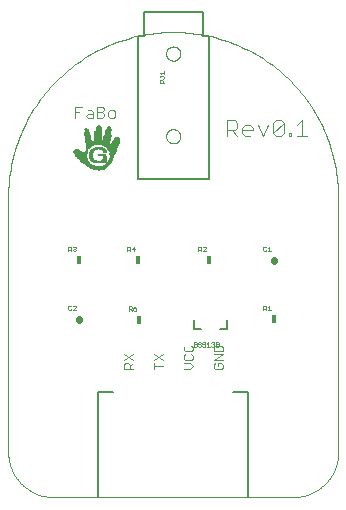
<source format=gto>
G75*
%MOIN*%
%OFA0B0*%
%FSLAX25Y25*%
%IPPOS*%
%LPD*%
%AMOC8*
5,1,8,0,0,1.08239X$1,22.5*
%
%ADD10C,0.00400*%
%ADD11C,0.00800*%
%ADD12C,0.00100*%
%ADD13R,0.01800X0.03000*%
%ADD14C,0.00500*%
%ADD15C,0.00000*%
%ADD16C,0.02200*%
%ADD17C,0.00300*%
%ADD18R,0.00770X0.00035*%
%ADD19R,0.01400X0.00035*%
%ADD20R,0.01855X0.00035*%
%ADD21R,0.02170X0.00035*%
%ADD22R,0.02485X0.00035*%
%ADD23R,0.02765X0.00035*%
%ADD24R,0.02975X0.00035*%
%ADD25R,0.03220X0.00035*%
%ADD26R,0.03395X0.00035*%
%ADD27R,0.03605X0.00035*%
%ADD28R,0.03780X0.00035*%
%ADD29R,0.03955X0.00035*%
%ADD30R,0.04130X0.00035*%
%ADD31R,0.04270X0.00035*%
%ADD32R,0.04375X0.00035*%
%ADD33R,0.04550X0.00035*%
%ADD34R,0.04690X0.00035*%
%ADD35R,0.04865X0.00035*%
%ADD36R,0.04970X0.00035*%
%ADD37R,0.05110X0.00035*%
%ADD38R,0.05215X0.00035*%
%ADD39R,0.05355X0.00035*%
%ADD40R,0.05460X0.00035*%
%ADD41R,0.05600X0.00035*%
%ADD42R,0.05705X0.00035*%
%ADD43R,0.05810X0.00035*%
%ADD44R,0.05915X0.00035*%
%ADD45R,0.06055X0.00035*%
%ADD46R,0.06160X0.00035*%
%ADD47R,0.06265X0.00035*%
%ADD48R,0.06335X0.00035*%
%ADD49R,0.06440X0.00035*%
%ADD50R,0.06545X0.00035*%
%ADD51R,0.03080X0.00035*%
%ADD52R,0.02660X0.00035*%
%ADD53R,0.02870X0.00035*%
%ADD54R,0.02415X0.00035*%
%ADD55R,0.02730X0.00035*%
%ADD56R,0.02310X0.00035*%
%ADD57R,0.02695X0.00035*%
%ADD58R,0.02170X0.00035*%
%ADD59R,0.02590X0.00035*%
%ADD60R,0.02100X0.00035*%
%ADD61R,0.02520X0.00035*%
%ADD62R,0.02030X0.00035*%
%ADD63R,0.02450X0.00035*%
%ADD64R,0.01960X0.00035*%
%ADD65R,0.01890X0.00035*%
%ADD66R,0.02380X0.00035*%
%ADD67R,0.01785X0.00035*%
%ADD68R,0.01750X0.00035*%
%ADD69R,0.01715X0.00035*%
%ADD70R,0.02275X0.00035*%
%ADD71R,0.01645X0.00035*%
%ADD72R,0.02240X0.00035*%
%ADD73R,0.01610X0.00035*%
%ADD74R,0.02240X0.00035*%
%ADD75R,0.01575X0.00035*%
%ADD76R,0.01540X0.00035*%
%ADD77R,0.02205X0.00035*%
%ADD78R,0.01505X0.00035*%
%ADD79R,0.01470X0.00035*%
%ADD80R,0.01435X0.00035*%
%ADD81R,0.01365X0.00035*%
%ADD82R,0.01330X0.00035*%
%ADD83R,0.01295X0.00035*%
%ADD84R,0.01295X0.00035*%
%ADD85R,0.01260X0.00035*%
%ADD86R,0.01190X0.00035*%
%ADD87R,0.01225X0.00035*%
%ADD88R,0.00385X0.00035*%
%ADD89R,0.00980X0.00035*%
%ADD90R,0.01155X0.00035*%
%ADD91R,0.01645X0.00035*%
%ADD92R,0.01015X0.00035*%
%ADD93R,0.01050X0.00035*%
%ADD94R,0.02345X0.00035*%
%ADD95R,0.01085X0.00035*%
%ADD96R,0.02905X0.00035*%
%ADD97R,0.03045X0.00035*%
%ADD98R,0.01120X0.00035*%
%ADD99R,0.02345X0.00035*%
%ADD100R,0.03255X0.00035*%
%ADD101R,0.01120X0.00035*%
%ADD102R,0.03500X0.00035*%
%ADD103R,0.02415X0.00035*%
%ADD104R,0.03640X0.00035*%
%ADD105R,0.04900X0.00035*%
%ADD106R,0.04935X0.00035*%
%ADD107R,0.05005X0.00035*%
%ADD108R,0.01680X0.00035*%
%ADD109R,0.02065X0.00035*%
%ADD110R,0.02555X0.00035*%
%ADD111R,0.02590X0.00035*%
%ADD112R,0.02625X0.00035*%
%ADD113R,0.02695X0.00035*%
%ADD114R,0.01470X0.00035*%
%ADD115R,0.02765X0.00035*%
%ADD116R,0.02800X0.00035*%
%ADD117R,0.02835X0.00035*%
%ADD118R,0.01365X0.00035*%
%ADD119R,0.02940X0.00035*%
%ADD120R,0.03010X0.00035*%
%ADD121R,0.03045X0.00035*%
%ADD122R,0.03115X0.00035*%
%ADD123R,0.03150X0.00035*%
%ADD124R,0.03185X0.00035*%
%ADD125R,0.03220X0.00035*%
%ADD126R,0.01190X0.00035*%
%ADD127R,0.03290X0.00035*%
%ADD128R,0.03325X0.00035*%
%ADD129R,0.03360X0.00035*%
%ADD130R,0.03430X0.00035*%
%ADD131R,0.03465X0.00035*%
%ADD132R,0.03535X0.00035*%
%ADD133R,0.03570X0.00035*%
%ADD134R,0.03675X0.00035*%
%ADD135R,0.03710X0.00035*%
%ADD136R,0.03745X0.00035*%
%ADD137R,0.03815X0.00035*%
%ADD138R,0.03850X0.00035*%
%ADD139R,0.03885X0.00035*%
%ADD140R,0.03920X0.00035*%
%ADD141R,0.03990X0.00035*%
%ADD142R,0.04025X0.00035*%
%ADD143R,0.02870X0.00035*%
%ADD144R,0.04095X0.00035*%
%ADD145R,0.04165X0.00035*%
%ADD146R,0.04200X0.00035*%
%ADD147R,0.04235X0.00035*%
%ADD148R,0.04270X0.00035*%
%ADD149R,0.01820X0.00035*%
%ADD150R,0.04305X0.00035*%
%ADD151R,0.04340X0.00035*%
%ADD152R,0.01925X0.00035*%
%ADD153R,0.04410X0.00035*%
%ADD154R,0.00945X0.00035*%
%ADD155R,0.00875X0.00035*%
%ADD156R,0.00840X0.00035*%
%ADD157R,0.02135X0.00035*%
%ADD158R,0.00805X0.00035*%
%ADD159R,0.00735X0.00035*%
%ADD160R,0.01995X0.00035*%
%ADD161R,0.02520X0.00035*%
%ADD162R,0.01540X0.00035*%
%ADD163R,0.00770X0.00035*%
%ADD164R,0.00665X0.00035*%
%ADD165R,0.00420X0.00035*%
%ADD166R,0.00910X0.00035*%
%ADD167R,0.04060X0.00035*%
%ADD168R,0.01015X0.00035*%
%ADD169R,0.03115X0.00035*%
%ADD170R,0.03395X0.00035*%
%ADD171R,0.03745X0.00035*%
%ADD172R,0.04340X0.00035*%
%ADD173R,0.04480X0.00035*%
%ADD174R,0.02065X0.00035*%
%ADD175R,0.04515X0.00035*%
%ADD176R,0.04585X0.00035*%
%ADD177R,0.04760X0.00035*%
%ADD178R,0.04830X0.00035*%
%ADD179R,0.07805X0.00035*%
%ADD180R,0.07840X0.00035*%
%ADD181R,0.07875X0.00035*%
%ADD182R,0.07910X0.00035*%
%ADD183R,0.07945X0.00035*%
%ADD184R,0.07980X0.00035*%
%ADD185R,0.08015X0.00035*%
%ADD186R,0.08050X0.00035*%
%ADD187R,0.05635X0.00035*%
%ADD188R,0.01995X0.00035*%
%ADD189R,0.01890X0.00035*%
%ADD190R,0.01715X0.00035*%
%ADD191R,0.00945X0.00035*%
%ADD192R,0.00560X0.00035*%
%ADD193R,0.01820X0.00035*%
%ADD194R,0.00700X0.00035*%
%ADD195R,0.00630X0.00035*%
%ADD196R,0.00525X0.00035*%
%ADD197R,0.00175X0.00035*%
%ADD198R,0.00595X0.00035*%
%ADD199R,0.00490X0.00035*%
%ADD200R,0.00210X0.00035*%
%ADD201R,0.00490X0.00035*%
%ADD202R,0.00315X0.00035*%
D10*
X0082709Y0139481D02*
X0082709Y0144686D01*
X0085311Y0144686D01*
X0086178Y0143819D01*
X0086178Y0142084D01*
X0085311Y0141216D01*
X0082709Y0141216D01*
X0084443Y0141216D02*
X0086178Y0139481D01*
X0087865Y0140349D02*
X0087865Y0142084D01*
X0088732Y0142951D01*
X0090467Y0142951D01*
X0091335Y0142084D01*
X0091335Y0141216D01*
X0087865Y0141216D01*
X0087865Y0140349D02*
X0088732Y0139481D01*
X0090467Y0139481D01*
X0094756Y0139481D02*
X0093021Y0142951D01*
X0096491Y0142951D02*
X0094756Y0139481D01*
X0098178Y0140349D02*
X0098178Y0143819D01*
X0099045Y0144686D01*
X0100780Y0144686D01*
X0101647Y0143819D01*
X0098178Y0140349D01*
X0099045Y0139481D01*
X0100780Y0139481D01*
X0101647Y0140349D01*
X0101647Y0143819D01*
X0103334Y0140349D02*
X0104202Y0140349D01*
X0104202Y0139481D01*
X0103334Y0139481D01*
X0103334Y0140349D01*
X0105912Y0139481D02*
X0109382Y0139481D01*
X0107647Y0139481D02*
X0107647Y0144686D01*
X0105912Y0142951D01*
D11*
X0082627Y0078140D02*
X0082627Y0074990D01*
X0080265Y0074990D01*
X0073965Y0074990D02*
X0071603Y0074990D01*
X0071603Y0078140D01*
D12*
X0071575Y0070697D02*
X0072326Y0070697D01*
X0072576Y0070447D01*
X0072576Y0070197D01*
X0072326Y0069947D01*
X0071575Y0069947D01*
X0071575Y0070697D02*
X0071575Y0069196D01*
X0072326Y0069196D01*
X0072576Y0069446D01*
X0072576Y0069696D01*
X0072326Y0069947D01*
X0073049Y0070197D02*
X0073299Y0069947D01*
X0073799Y0069947D01*
X0074050Y0069696D01*
X0074050Y0069446D01*
X0073799Y0069196D01*
X0073299Y0069196D01*
X0073049Y0069446D01*
X0073049Y0070197D02*
X0073049Y0070447D01*
X0073299Y0070697D01*
X0073799Y0070697D01*
X0074050Y0070447D01*
X0074522Y0070447D02*
X0074522Y0070197D01*
X0074772Y0069947D01*
X0075273Y0069947D01*
X0075523Y0069696D01*
X0075523Y0069446D01*
X0075273Y0069196D01*
X0074772Y0069196D01*
X0074522Y0069446D01*
X0074522Y0070447D02*
X0074772Y0070697D01*
X0075273Y0070697D01*
X0075523Y0070447D01*
X0075995Y0070197D02*
X0076496Y0070697D01*
X0076496Y0069196D01*
X0076996Y0069196D02*
X0075995Y0069196D01*
X0077468Y0069446D02*
X0077719Y0069196D01*
X0078219Y0069196D01*
X0078469Y0069446D01*
X0078469Y0069696D01*
X0078219Y0069947D01*
X0077969Y0069947D01*
X0078219Y0069947D02*
X0078469Y0070197D01*
X0078469Y0070447D01*
X0078219Y0070697D01*
X0077719Y0070697D01*
X0077468Y0070447D01*
X0078942Y0070447D02*
X0078942Y0070197D01*
X0079192Y0069947D01*
X0079692Y0069947D01*
X0079943Y0069696D01*
X0079943Y0069446D01*
X0079692Y0069196D01*
X0079192Y0069196D01*
X0078942Y0069446D01*
X0078942Y0069696D01*
X0079192Y0069947D01*
X0079692Y0069947D02*
X0079943Y0070197D01*
X0079943Y0070447D01*
X0079692Y0070697D01*
X0079192Y0070697D01*
X0078942Y0070447D01*
X0094807Y0081308D02*
X0094807Y0082809D01*
X0095557Y0082809D01*
X0095808Y0082559D01*
X0095808Y0082059D01*
X0095557Y0081808D01*
X0094807Y0081808D01*
X0095307Y0081808D02*
X0095808Y0081308D01*
X0096280Y0081308D02*
X0097281Y0081308D01*
X0096780Y0081308D02*
X0096780Y0082809D01*
X0096280Y0082309D01*
X0096280Y0100993D02*
X0097281Y0100993D01*
X0096780Y0100993D02*
X0096780Y0102494D01*
X0096280Y0101994D01*
X0095808Y0102244D02*
X0095557Y0102494D01*
X0095057Y0102494D01*
X0094807Y0102244D01*
X0094807Y0101243D01*
X0095057Y0100993D01*
X0095557Y0100993D01*
X0095808Y0101243D01*
X0075627Y0100993D02*
X0074626Y0100993D01*
X0075627Y0101994D01*
X0075627Y0102244D01*
X0075377Y0102494D01*
X0074877Y0102494D01*
X0074626Y0102244D01*
X0074154Y0102244D02*
X0074154Y0101744D01*
X0073904Y0101493D01*
X0073153Y0101493D01*
X0073153Y0100993D02*
X0073153Y0102494D01*
X0073904Y0102494D01*
X0074154Y0102244D01*
X0073654Y0101493D02*
X0074154Y0100993D01*
X0052005Y0101744D02*
X0051004Y0101744D01*
X0051755Y0102494D01*
X0051755Y0100993D01*
X0050532Y0100993D02*
X0050032Y0101493D01*
X0050282Y0101493D02*
X0049531Y0101493D01*
X0049531Y0100993D02*
X0049531Y0102494D01*
X0050282Y0102494D01*
X0050532Y0102244D01*
X0050532Y0101744D01*
X0050282Y0101493D01*
X0050043Y0082691D02*
X0050794Y0082691D01*
X0051044Y0082441D01*
X0051044Y0081940D01*
X0050794Y0081690D01*
X0050043Y0081690D01*
X0050043Y0081190D02*
X0050043Y0082691D01*
X0050543Y0081690D02*
X0051044Y0081190D01*
X0051516Y0081440D02*
X0051766Y0081190D01*
X0052267Y0081190D01*
X0052517Y0081440D01*
X0052517Y0081690D01*
X0052267Y0081940D01*
X0051516Y0081940D01*
X0051516Y0081440D01*
X0051516Y0081940D02*
X0052017Y0082441D01*
X0052517Y0082691D01*
X0032320Y0082559D02*
X0032070Y0082809D01*
X0031570Y0082809D01*
X0031319Y0082559D01*
X0030847Y0082559D02*
X0030597Y0082809D01*
X0030096Y0082809D01*
X0029846Y0082559D01*
X0029846Y0081558D01*
X0030096Y0081308D01*
X0030597Y0081308D01*
X0030847Y0081558D01*
X0031319Y0081308D02*
X0032320Y0082309D01*
X0032320Y0082559D01*
X0032320Y0081308D02*
X0031319Y0081308D01*
X0031570Y0100993D02*
X0031319Y0101243D01*
X0031570Y0100993D02*
X0032070Y0100993D01*
X0032320Y0101243D01*
X0032320Y0101493D01*
X0032070Y0101744D01*
X0031820Y0101744D01*
X0032070Y0101744D02*
X0032320Y0101994D01*
X0032320Y0102244D01*
X0032070Y0102494D01*
X0031570Y0102494D01*
X0031319Y0102244D01*
X0030847Y0102244D02*
X0030847Y0101744D01*
X0030597Y0101493D01*
X0029846Y0101493D01*
X0029846Y0100993D02*
X0029846Y0102494D01*
X0030597Y0102494D01*
X0030847Y0102244D01*
X0030346Y0101493D02*
X0030847Y0100993D01*
X0060274Y0156998D02*
X0060274Y0157749D01*
X0060524Y0157999D01*
X0061025Y0157999D01*
X0061275Y0157749D01*
X0061275Y0156998D01*
X0061775Y0156998D02*
X0060274Y0156998D01*
X0061525Y0158472D02*
X0061775Y0158722D01*
X0061775Y0158972D01*
X0061525Y0159222D01*
X0060274Y0159222D01*
X0060274Y0158972D02*
X0060274Y0159472D01*
X0060774Y0159945D02*
X0060274Y0160445D01*
X0061775Y0160445D01*
X0061775Y0159945D02*
X0061775Y0160946D01*
D13*
X0052981Y0097943D03*
X0053493Y0078140D03*
X0033296Y0097943D03*
X0076603Y0097943D03*
X0098257Y0078258D03*
D14*
X0089792Y0054006D02*
X0084792Y0054006D01*
X0089792Y0054006D02*
X0089792Y0019006D01*
X0044792Y0054006D02*
X0039792Y0054006D01*
X0039792Y0019006D01*
X0052981Y0125108D02*
X0076603Y0125108D01*
X0076603Y0172746D01*
X0074635Y0172746D01*
X0074635Y0180620D01*
X0054950Y0180620D01*
X0054950Y0172746D01*
X0052981Y0172746D01*
X0052981Y0125108D01*
D15*
X0009792Y0119006D02*
X0009792Y0034006D01*
X0009796Y0033644D01*
X0009810Y0033281D01*
X0009831Y0032919D01*
X0009862Y0032558D01*
X0009901Y0032198D01*
X0009949Y0031839D01*
X0010006Y0031481D01*
X0010071Y0031124D01*
X0010145Y0030769D01*
X0010228Y0030416D01*
X0010319Y0030065D01*
X0010418Y0029717D01*
X0010526Y0029371D01*
X0010642Y0029027D01*
X0010767Y0028687D01*
X0010899Y0028350D01*
X0011040Y0028016D01*
X0011189Y0027685D01*
X0011346Y0027358D01*
X0011510Y0027035D01*
X0011682Y0026716D01*
X0011862Y0026402D01*
X0012050Y0026091D01*
X0012245Y0025786D01*
X0012447Y0025485D01*
X0012657Y0025189D01*
X0012873Y0024899D01*
X0013097Y0024613D01*
X0013327Y0024333D01*
X0013564Y0024059D01*
X0013808Y0023791D01*
X0014058Y0023528D01*
X0014314Y0023272D01*
X0014577Y0023022D01*
X0014845Y0022778D01*
X0015119Y0022541D01*
X0015399Y0022311D01*
X0015685Y0022087D01*
X0015975Y0021871D01*
X0016271Y0021661D01*
X0016572Y0021459D01*
X0016877Y0021264D01*
X0017188Y0021076D01*
X0017502Y0020896D01*
X0017821Y0020724D01*
X0018144Y0020560D01*
X0018471Y0020403D01*
X0018802Y0020254D01*
X0019136Y0020113D01*
X0019473Y0019981D01*
X0019813Y0019856D01*
X0020157Y0019740D01*
X0020503Y0019632D01*
X0020851Y0019533D01*
X0021202Y0019442D01*
X0021555Y0019359D01*
X0021910Y0019285D01*
X0022267Y0019220D01*
X0022625Y0019163D01*
X0022984Y0019115D01*
X0023344Y0019076D01*
X0023705Y0019045D01*
X0024067Y0019024D01*
X0024430Y0019010D01*
X0024792Y0019006D01*
X0104792Y0019006D01*
X0105154Y0019010D01*
X0105517Y0019024D01*
X0105879Y0019045D01*
X0106240Y0019076D01*
X0106600Y0019115D01*
X0106959Y0019163D01*
X0107317Y0019220D01*
X0107674Y0019285D01*
X0108029Y0019359D01*
X0108382Y0019442D01*
X0108733Y0019533D01*
X0109081Y0019632D01*
X0109427Y0019740D01*
X0109771Y0019856D01*
X0110111Y0019981D01*
X0110448Y0020113D01*
X0110782Y0020254D01*
X0111113Y0020403D01*
X0111440Y0020560D01*
X0111763Y0020724D01*
X0112082Y0020896D01*
X0112396Y0021076D01*
X0112707Y0021264D01*
X0113012Y0021459D01*
X0113313Y0021661D01*
X0113609Y0021871D01*
X0113899Y0022087D01*
X0114185Y0022311D01*
X0114465Y0022541D01*
X0114739Y0022778D01*
X0115007Y0023022D01*
X0115270Y0023272D01*
X0115526Y0023528D01*
X0115776Y0023791D01*
X0116020Y0024059D01*
X0116257Y0024333D01*
X0116487Y0024613D01*
X0116711Y0024899D01*
X0116927Y0025189D01*
X0117137Y0025485D01*
X0117339Y0025786D01*
X0117534Y0026091D01*
X0117722Y0026402D01*
X0117902Y0026716D01*
X0118074Y0027035D01*
X0118238Y0027358D01*
X0118395Y0027685D01*
X0118544Y0028016D01*
X0118685Y0028350D01*
X0118817Y0028687D01*
X0118942Y0029027D01*
X0119058Y0029371D01*
X0119166Y0029717D01*
X0119265Y0030065D01*
X0119356Y0030416D01*
X0119439Y0030769D01*
X0119513Y0031124D01*
X0119578Y0031481D01*
X0119635Y0031839D01*
X0119683Y0032198D01*
X0119722Y0032558D01*
X0119753Y0032919D01*
X0119774Y0033281D01*
X0119788Y0033644D01*
X0119792Y0034006D01*
X0119792Y0119006D01*
X0119776Y0120345D01*
X0119727Y0121684D01*
X0119645Y0123021D01*
X0119531Y0124355D01*
X0119385Y0125687D01*
X0119206Y0127014D01*
X0118995Y0128337D01*
X0118751Y0129654D01*
X0118476Y0130965D01*
X0118169Y0132268D01*
X0117830Y0133564D01*
X0117460Y0134851D01*
X0117059Y0136129D01*
X0116626Y0137397D01*
X0116163Y0138654D01*
X0115669Y0139899D01*
X0115145Y0141132D01*
X0114592Y0142351D01*
X0114008Y0143557D01*
X0113396Y0144748D01*
X0112755Y0145924D01*
X0112085Y0147084D01*
X0111387Y0148227D01*
X0110662Y0149353D01*
X0109909Y0150461D01*
X0109130Y0151551D01*
X0108324Y0152621D01*
X0107493Y0153671D01*
X0106636Y0154700D01*
X0105754Y0155709D01*
X0104849Y0156695D01*
X0103919Y0157659D01*
X0102966Y0158601D01*
X0101991Y0159519D01*
X0100993Y0160412D01*
X0099974Y0161282D01*
X0098934Y0162126D01*
X0097874Y0162944D01*
X0096794Y0163737D01*
X0095696Y0164503D01*
X0094578Y0165242D01*
X0093444Y0165954D01*
X0092292Y0166637D01*
X0091124Y0167293D01*
X0089940Y0167920D01*
X0088742Y0168518D01*
X0087529Y0169086D01*
X0086303Y0169625D01*
X0085064Y0170134D01*
X0083813Y0170612D01*
X0082550Y0171060D01*
X0081278Y0171477D01*
X0079995Y0171863D01*
X0078703Y0172218D01*
X0077403Y0172541D01*
X0076096Y0172832D01*
X0074782Y0173091D01*
X0073462Y0173318D01*
X0072137Y0173513D01*
X0070807Y0173676D01*
X0069474Y0173806D01*
X0068139Y0173904D01*
X0066801Y0173969D01*
X0065462Y0174002D01*
X0064122Y0174002D01*
X0062783Y0173969D01*
X0061445Y0173904D01*
X0060110Y0173806D01*
X0058777Y0173676D01*
X0057447Y0173513D01*
X0056122Y0173318D01*
X0054802Y0173091D01*
X0053488Y0172832D01*
X0052181Y0172541D01*
X0050881Y0172218D01*
X0049589Y0171863D01*
X0048306Y0171477D01*
X0047034Y0171060D01*
X0045771Y0170612D01*
X0044520Y0170134D01*
X0043281Y0169625D01*
X0042055Y0169086D01*
X0040842Y0168518D01*
X0039644Y0167920D01*
X0038460Y0167293D01*
X0037292Y0166637D01*
X0036140Y0165954D01*
X0035006Y0165242D01*
X0033888Y0164503D01*
X0032790Y0163737D01*
X0031710Y0162944D01*
X0030650Y0162126D01*
X0029610Y0161282D01*
X0028591Y0160412D01*
X0027593Y0159519D01*
X0026618Y0158601D01*
X0025665Y0157659D01*
X0024735Y0156695D01*
X0023830Y0155709D01*
X0022948Y0154700D01*
X0022091Y0153671D01*
X0021260Y0152621D01*
X0020454Y0151551D01*
X0019675Y0150461D01*
X0018922Y0149353D01*
X0018197Y0148227D01*
X0017499Y0147084D01*
X0016829Y0145924D01*
X0016188Y0144748D01*
X0015576Y0143557D01*
X0014992Y0142351D01*
X0014439Y0141132D01*
X0013915Y0139899D01*
X0013421Y0138654D01*
X0012958Y0137397D01*
X0012525Y0136129D01*
X0012124Y0134851D01*
X0011754Y0133564D01*
X0011415Y0132268D01*
X0011108Y0130965D01*
X0010833Y0129654D01*
X0010589Y0128337D01*
X0010378Y0127014D01*
X0010199Y0125687D01*
X0010053Y0124355D01*
X0009939Y0123021D01*
X0009857Y0121684D01*
X0009808Y0120345D01*
X0009792Y0119006D01*
X0062430Y0139281D02*
X0062432Y0139378D01*
X0062438Y0139475D01*
X0062448Y0139571D01*
X0062462Y0139667D01*
X0062480Y0139763D01*
X0062501Y0139857D01*
X0062527Y0139951D01*
X0062556Y0140043D01*
X0062590Y0140134D01*
X0062626Y0140224D01*
X0062667Y0140312D01*
X0062711Y0140398D01*
X0062759Y0140483D01*
X0062810Y0140565D01*
X0062864Y0140646D01*
X0062922Y0140724D01*
X0062983Y0140799D01*
X0063046Y0140872D01*
X0063113Y0140943D01*
X0063183Y0141010D01*
X0063255Y0141075D01*
X0063330Y0141136D01*
X0063408Y0141195D01*
X0063487Y0141250D01*
X0063569Y0141302D01*
X0063653Y0141350D01*
X0063739Y0141395D01*
X0063827Y0141437D01*
X0063916Y0141475D01*
X0064007Y0141509D01*
X0064099Y0141539D01*
X0064192Y0141566D01*
X0064287Y0141588D01*
X0064382Y0141607D01*
X0064478Y0141622D01*
X0064574Y0141633D01*
X0064671Y0141640D01*
X0064768Y0141643D01*
X0064865Y0141642D01*
X0064962Y0141637D01*
X0065058Y0141628D01*
X0065154Y0141615D01*
X0065250Y0141598D01*
X0065345Y0141577D01*
X0065438Y0141553D01*
X0065531Y0141524D01*
X0065623Y0141492D01*
X0065713Y0141456D01*
X0065801Y0141417D01*
X0065888Y0141373D01*
X0065973Y0141327D01*
X0066056Y0141276D01*
X0066137Y0141223D01*
X0066215Y0141166D01*
X0066292Y0141106D01*
X0066365Y0141043D01*
X0066436Y0140977D01*
X0066504Y0140908D01*
X0066570Y0140836D01*
X0066632Y0140762D01*
X0066691Y0140685D01*
X0066747Y0140606D01*
X0066800Y0140524D01*
X0066850Y0140441D01*
X0066895Y0140355D01*
X0066938Y0140268D01*
X0066977Y0140179D01*
X0067012Y0140089D01*
X0067043Y0139997D01*
X0067070Y0139904D01*
X0067094Y0139810D01*
X0067114Y0139715D01*
X0067130Y0139619D01*
X0067142Y0139523D01*
X0067150Y0139426D01*
X0067154Y0139329D01*
X0067154Y0139233D01*
X0067150Y0139136D01*
X0067142Y0139039D01*
X0067130Y0138943D01*
X0067114Y0138847D01*
X0067094Y0138752D01*
X0067070Y0138658D01*
X0067043Y0138565D01*
X0067012Y0138473D01*
X0066977Y0138383D01*
X0066938Y0138294D01*
X0066895Y0138207D01*
X0066850Y0138121D01*
X0066800Y0138038D01*
X0066747Y0137956D01*
X0066691Y0137877D01*
X0066632Y0137800D01*
X0066570Y0137726D01*
X0066504Y0137654D01*
X0066436Y0137585D01*
X0066365Y0137519D01*
X0066292Y0137456D01*
X0066215Y0137396D01*
X0066137Y0137339D01*
X0066056Y0137286D01*
X0065973Y0137235D01*
X0065888Y0137189D01*
X0065801Y0137145D01*
X0065713Y0137106D01*
X0065623Y0137070D01*
X0065531Y0137038D01*
X0065438Y0137009D01*
X0065345Y0136985D01*
X0065250Y0136964D01*
X0065154Y0136947D01*
X0065058Y0136934D01*
X0064962Y0136925D01*
X0064865Y0136920D01*
X0064768Y0136919D01*
X0064671Y0136922D01*
X0064574Y0136929D01*
X0064478Y0136940D01*
X0064382Y0136955D01*
X0064287Y0136974D01*
X0064192Y0136996D01*
X0064099Y0137023D01*
X0064007Y0137053D01*
X0063916Y0137087D01*
X0063827Y0137125D01*
X0063739Y0137167D01*
X0063653Y0137212D01*
X0063569Y0137260D01*
X0063487Y0137312D01*
X0063408Y0137367D01*
X0063330Y0137426D01*
X0063255Y0137487D01*
X0063183Y0137552D01*
X0063113Y0137619D01*
X0063046Y0137690D01*
X0062983Y0137763D01*
X0062922Y0137838D01*
X0062864Y0137916D01*
X0062810Y0137997D01*
X0062759Y0138079D01*
X0062711Y0138164D01*
X0062667Y0138250D01*
X0062626Y0138338D01*
X0062590Y0138428D01*
X0062556Y0138519D01*
X0062527Y0138611D01*
X0062501Y0138705D01*
X0062480Y0138799D01*
X0062462Y0138895D01*
X0062448Y0138991D01*
X0062438Y0139087D01*
X0062432Y0139184D01*
X0062430Y0139281D01*
X0062430Y0166841D02*
X0062432Y0166938D01*
X0062438Y0167035D01*
X0062448Y0167131D01*
X0062462Y0167227D01*
X0062480Y0167323D01*
X0062501Y0167417D01*
X0062527Y0167511D01*
X0062556Y0167603D01*
X0062590Y0167694D01*
X0062626Y0167784D01*
X0062667Y0167872D01*
X0062711Y0167958D01*
X0062759Y0168043D01*
X0062810Y0168125D01*
X0062864Y0168206D01*
X0062922Y0168284D01*
X0062983Y0168359D01*
X0063046Y0168432D01*
X0063113Y0168503D01*
X0063183Y0168570D01*
X0063255Y0168635D01*
X0063330Y0168696D01*
X0063408Y0168755D01*
X0063487Y0168810D01*
X0063569Y0168862D01*
X0063653Y0168910D01*
X0063739Y0168955D01*
X0063827Y0168997D01*
X0063916Y0169035D01*
X0064007Y0169069D01*
X0064099Y0169099D01*
X0064192Y0169126D01*
X0064287Y0169148D01*
X0064382Y0169167D01*
X0064478Y0169182D01*
X0064574Y0169193D01*
X0064671Y0169200D01*
X0064768Y0169203D01*
X0064865Y0169202D01*
X0064962Y0169197D01*
X0065058Y0169188D01*
X0065154Y0169175D01*
X0065250Y0169158D01*
X0065345Y0169137D01*
X0065438Y0169113D01*
X0065531Y0169084D01*
X0065623Y0169052D01*
X0065713Y0169016D01*
X0065801Y0168977D01*
X0065888Y0168933D01*
X0065973Y0168887D01*
X0066056Y0168836D01*
X0066137Y0168783D01*
X0066215Y0168726D01*
X0066292Y0168666D01*
X0066365Y0168603D01*
X0066436Y0168537D01*
X0066504Y0168468D01*
X0066570Y0168396D01*
X0066632Y0168322D01*
X0066691Y0168245D01*
X0066747Y0168166D01*
X0066800Y0168084D01*
X0066850Y0168001D01*
X0066895Y0167915D01*
X0066938Y0167828D01*
X0066977Y0167739D01*
X0067012Y0167649D01*
X0067043Y0167557D01*
X0067070Y0167464D01*
X0067094Y0167370D01*
X0067114Y0167275D01*
X0067130Y0167179D01*
X0067142Y0167083D01*
X0067150Y0166986D01*
X0067154Y0166889D01*
X0067154Y0166793D01*
X0067150Y0166696D01*
X0067142Y0166599D01*
X0067130Y0166503D01*
X0067114Y0166407D01*
X0067094Y0166312D01*
X0067070Y0166218D01*
X0067043Y0166125D01*
X0067012Y0166033D01*
X0066977Y0165943D01*
X0066938Y0165854D01*
X0066895Y0165767D01*
X0066850Y0165681D01*
X0066800Y0165598D01*
X0066747Y0165516D01*
X0066691Y0165437D01*
X0066632Y0165360D01*
X0066570Y0165286D01*
X0066504Y0165214D01*
X0066436Y0165145D01*
X0066365Y0165079D01*
X0066292Y0165016D01*
X0066215Y0164956D01*
X0066137Y0164899D01*
X0066056Y0164846D01*
X0065973Y0164795D01*
X0065888Y0164749D01*
X0065801Y0164705D01*
X0065713Y0164666D01*
X0065623Y0164630D01*
X0065531Y0164598D01*
X0065438Y0164569D01*
X0065345Y0164545D01*
X0065250Y0164524D01*
X0065154Y0164507D01*
X0065058Y0164494D01*
X0064962Y0164485D01*
X0064865Y0164480D01*
X0064768Y0164479D01*
X0064671Y0164482D01*
X0064574Y0164489D01*
X0064478Y0164500D01*
X0064382Y0164515D01*
X0064287Y0164534D01*
X0064192Y0164556D01*
X0064099Y0164583D01*
X0064007Y0164613D01*
X0063916Y0164647D01*
X0063827Y0164685D01*
X0063739Y0164727D01*
X0063653Y0164772D01*
X0063569Y0164820D01*
X0063487Y0164872D01*
X0063408Y0164927D01*
X0063330Y0164986D01*
X0063255Y0165047D01*
X0063183Y0165112D01*
X0063113Y0165179D01*
X0063046Y0165250D01*
X0062983Y0165323D01*
X0062922Y0165398D01*
X0062864Y0165476D01*
X0062810Y0165557D01*
X0062759Y0165639D01*
X0062711Y0165724D01*
X0062667Y0165810D01*
X0062626Y0165898D01*
X0062590Y0165988D01*
X0062556Y0166079D01*
X0062527Y0166171D01*
X0062501Y0166265D01*
X0062480Y0166359D01*
X0062462Y0166455D01*
X0062448Y0166551D01*
X0062438Y0166647D01*
X0062432Y0166744D01*
X0062430Y0166841D01*
D16*
X0098257Y0098063D02*
X0098257Y0097823D01*
X0033296Y0078378D02*
X0033296Y0078138D01*
D17*
X0048340Y0066537D02*
X0051242Y0064602D01*
X0051242Y0063591D02*
X0050275Y0062623D01*
X0050275Y0063107D02*
X0050275Y0061656D01*
X0051242Y0061656D02*
X0048340Y0061656D01*
X0048340Y0063107D01*
X0048823Y0063591D01*
X0049791Y0063591D01*
X0050275Y0063107D01*
X0048340Y0064602D02*
X0051242Y0066537D01*
X0058340Y0066537D02*
X0061242Y0064602D01*
X0061242Y0066537D02*
X0058340Y0064602D01*
X0058340Y0063591D02*
X0058340Y0061656D01*
X0058340Y0062623D02*
X0061242Y0062623D01*
X0068340Y0061656D02*
X0070275Y0061656D01*
X0071242Y0062623D01*
X0070275Y0063591D01*
X0068340Y0063591D01*
X0068823Y0064602D02*
X0070758Y0064602D01*
X0071242Y0065086D01*
X0071242Y0066054D01*
X0070758Y0066537D01*
X0070758Y0067549D02*
X0071242Y0068033D01*
X0071242Y0069000D01*
X0070758Y0069484D01*
X0070758Y0067549D02*
X0068823Y0067549D01*
X0068340Y0068033D01*
X0068340Y0069000D01*
X0068823Y0069484D01*
X0068823Y0066537D02*
X0068340Y0066054D01*
X0068340Y0065086D01*
X0068823Y0064602D01*
X0078340Y0064602D02*
X0081242Y0066537D01*
X0078340Y0066537D01*
X0078340Y0067549D02*
X0078340Y0069000D01*
X0078823Y0069484D01*
X0080758Y0069484D01*
X0081242Y0069000D01*
X0081242Y0067549D01*
X0078340Y0067549D01*
X0078340Y0064602D02*
X0081242Y0064602D01*
X0080758Y0063591D02*
X0079791Y0063591D01*
X0079791Y0062623D01*
X0080758Y0061656D02*
X0078823Y0061656D01*
X0078340Y0062140D01*
X0078340Y0063107D01*
X0078823Y0063591D01*
X0080758Y0063591D02*
X0081242Y0063107D01*
X0081242Y0062140D01*
X0080758Y0061656D01*
X0044886Y0145494D02*
X0043652Y0145494D01*
X0043035Y0146112D01*
X0043035Y0147346D01*
X0043652Y0147963D01*
X0044886Y0147963D01*
X0045503Y0147346D01*
X0045503Y0146112D01*
X0044886Y0145494D01*
X0041820Y0146112D02*
X0041203Y0145494D01*
X0039352Y0145494D01*
X0039352Y0149198D01*
X0041203Y0149198D01*
X0041820Y0148580D01*
X0041820Y0147963D01*
X0041203Y0147346D01*
X0039352Y0147346D01*
X0038137Y0147346D02*
X0038137Y0145494D01*
X0036286Y0145494D01*
X0035668Y0146112D01*
X0036286Y0146729D01*
X0038137Y0146729D01*
X0038137Y0147346D02*
X0037520Y0147963D01*
X0036286Y0147963D01*
X0034454Y0149198D02*
X0031985Y0149198D01*
X0031985Y0145494D01*
X0031985Y0147346D02*
X0033220Y0147346D01*
X0041203Y0147346D02*
X0041820Y0146729D01*
X0041820Y0146112D01*
D18*
X0043374Y0142194D03*
X0035849Y0141424D03*
X0036024Y0134459D03*
X0035989Y0134389D03*
X0035849Y0134074D03*
X0035814Y0134039D03*
X0035814Y0134004D03*
X0035779Y0133969D03*
X0039979Y0127844D03*
D19*
X0039979Y0127879D03*
X0041904Y0131274D03*
X0042989Y0129804D03*
X0042954Y0129769D03*
X0042919Y0129734D03*
X0044389Y0132499D03*
X0044389Y0132534D03*
X0044389Y0132569D03*
X0044424Y0132604D03*
X0044424Y0132639D03*
X0041519Y0134669D03*
X0037914Y0134319D03*
X0037879Y0134284D03*
X0037809Y0134179D03*
X0037774Y0134144D03*
X0037739Y0134074D03*
X0037704Y0134039D03*
X0037669Y0133969D03*
X0036479Y0135404D03*
X0037739Y0131309D03*
X0037774Y0131274D03*
X0032664Y0134494D03*
X0035954Y0140829D03*
X0039979Y0142159D03*
X0043304Y0141704D03*
D20*
X0043217Y0141109D03*
X0043217Y0141074D03*
X0039962Y0141599D03*
X0039962Y0141634D03*
X0036112Y0139954D03*
X0036112Y0139919D03*
X0036112Y0139884D03*
X0036707Y0135754D03*
X0038737Y0134844D03*
X0038422Y0130819D03*
X0039962Y0127914D03*
X0042342Y0129279D03*
X0041677Y0130959D03*
X0044547Y0133479D03*
X0044547Y0133514D03*
X0032717Y0134249D03*
D21*
X0036374Y0138414D03*
X0036374Y0138449D03*
X0036479Y0137994D03*
X0036829Y0135929D03*
X0038649Y0130784D03*
X0036199Y0129874D03*
X0039979Y0127949D03*
X0044564Y0133969D03*
X0042464Y0136104D03*
D22*
X0044547Y0134354D03*
X0045457Y0136664D03*
X0045457Y0136699D03*
X0045492Y0136734D03*
X0039787Y0139779D03*
X0039787Y0139814D03*
X0039787Y0139849D03*
X0039787Y0139884D03*
X0039787Y0139919D03*
X0036987Y0136069D03*
X0035202Y0130854D03*
X0035237Y0130819D03*
X0039612Y0130399D03*
X0039962Y0127984D03*
D23*
X0039962Y0128019D03*
X0041222Y0130784D03*
X0044512Y0134634D03*
X0039647Y0138239D03*
X0039647Y0138274D03*
X0039647Y0138309D03*
X0039647Y0138344D03*
X0039647Y0138379D03*
X0039647Y0138414D03*
X0034887Y0131239D03*
X0033067Y0133724D03*
D24*
X0037197Y0136244D03*
X0039612Y0137539D03*
X0039612Y0137574D03*
X0039612Y0137609D03*
X0039612Y0137644D03*
X0039962Y0128054D03*
D25*
X0039944Y0128089D03*
X0044459Y0135019D03*
D26*
X0039612Y0130574D03*
X0039927Y0128124D03*
X0034327Y0132079D03*
D27*
X0034187Y0132324D03*
X0039927Y0128159D03*
X0044372Y0135299D03*
D28*
X0044319Y0135439D03*
X0039909Y0128194D03*
X0034064Y0132604D03*
D29*
X0033977Y0132849D03*
X0033977Y0132884D03*
X0039927Y0128229D03*
X0044267Y0135544D03*
D30*
X0039944Y0134879D03*
X0039909Y0128264D03*
X0033924Y0133094D03*
X0033924Y0133129D03*
X0033924Y0133164D03*
D31*
X0039909Y0128299D03*
D32*
X0039892Y0128334D03*
X0044162Y0135789D03*
X0033872Y0133619D03*
D33*
X0039874Y0128369D03*
D34*
X0039874Y0128404D03*
X0044074Y0135929D03*
D35*
X0039857Y0128439D03*
D36*
X0039839Y0128474D03*
D37*
X0039839Y0128509D03*
D38*
X0039822Y0128544D03*
D39*
X0039822Y0128579D03*
D40*
X0039804Y0128614D03*
D41*
X0039804Y0128649D03*
X0040819Y0137049D03*
X0040819Y0137084D03*
X0040854Y0137189D03*
D42*
X0039787Y0128684D03*
D43*
X0039769Y0128719D03*
D44*
X0039752Y0128754D03*
D45*
X0039752Y0128789D03*
D46*
X0039734Y0128824D03*
D47*
X0039717Y0128859D03*
D48*
X0039717Y0128894D03*
D49*
X0039699Y0128929D03*
D50*
X0039682Y0128964D03*
D51*
X0037879Y0128999D03*
X0034554Y0131694D03*
X0039629Y0137329D03*
X0044459Y0134914D03*
D52*
X0044529Y0134529D03*
X0045194Y0136244D03*
X0045229Y0136279D03*
X0042184Y0136279D03*
X0039699Y0138834D03*
X0039699Y0138869D03*
X0039699Y0138904D03*
X0039699Y0138939D03*
X0039699Y0138974D03*
X0039699Y0139009D03*
X0034939Y0131169D03*
X0034974Y0131134D03*
X0033014Y0133759D03*
X0041659Y0128999D03*
D53*
X0037739Y0129034D03*
X0034764Y0131414D03*
X0034729Y0131449D03*
X0039629Y0137854D03*
X0039629Y0137889D03*
X0039629Y0137924D03*
X0039629Y0137959D03*
X0039629Y0137994D03*
D54*
X0039822Y0140129D03*
X0039822Y0140164D03*
X0039822Y0140199D03*
X0039822Y0140234D03*
X0039822Y0140269D03*
X0042587Y0137714D03*
X0042517Y0137469D03*
X0042517Y0137434D03*
X0042482Y0137364D03*
X0042482Y0137329D03*
X0042447Y0137224D03*
X0042307Y0136209D03*
X0045562Y0136909D03*
X0045597Y0136979D03*
X0041817Y0129034D03*
X0035412Y0130609D03*
X0035342Y0130679D03*
X0032892Y0133899D03*
D55*
X0037109Y0136174D03*
X0039664Y0138449D03*
X0039664Y0138484D03*
X0039664Y0138519D03*
X0039664Y0138554D03*
X0039664Y0138589D03*
X0045124Y0136139D03*
X0044529Y0134599D03*
X0037599Y0129069D03*
D56*
X0036969Y0129349D03*
X0036899Y0129384D03*
X0035604Y0130399D03*
X0032839Y0133969D03*
X0036899Y0135999D03*
X0036689Y0137294D03*
X0036689Y0137329D03*
X0036654Y0137364D03*
X0036654Y0137399D03*
X0039874Y0140584D03*
X0039874Y0140619D03*
X0039874Y0140654D03*
X0039874Y0140689D03*
X0042989Y0139674D03*
X0042989Y0139639D03*
X0042989Y0139604D03*
X0042989Y0139569D03*
X0042954Y0139499D03*
X0042954Y0139464D03*
X0042954Y0139429D03*
X0042954Y0139394D03*
X0042919Y0139289D03*
X0042919Y0139254D03*
X0042919Y0139219D03*
X0045754Y0137364D03*
X0045719Y0137294D03*
X0044564Y0134144D03*
X0041904Y0129069D03*
D57*
X0039612Y0130434D03*
X0037512Y0129104D03*
X0045142Y0136174D03*
X0045177Y0136209D03*
D58*
X0045859Y0137644D03*
X0045859Y0137679D03*
X0043094Y0140234D03*
X0043094Y0140269D03*
X0043094Y0140304D03*
X0043094Y0140339D03*
X0039909Y0140934D03*
X0039909Y0140969D03*
X0039909Y0141004D03*
X0039909Y0141039D03*
X0036444Y0138169D03*
X0036444Y0138134D03*
X0036409Y0138239D03*
X0036409Y0138274D03*
X0036409Y0138309D03*
X0042009Y0129104D03*
D59*
X0037424Y0129139D03*
X0035079Y0130994D03*
X0035044Y0131029D03*
X0032979Y0133794D03*
X0039734Y0139219D03*
X0039734Y0139254D03*
X0039734Y0139289D03*
X0039734Y0139324D03*
X0039734Y0139359D03*
X0045299Y0136384D03*
D60*
X0045894Y0137784D03*
X0043129Y0140479D03*
X0043129Y0140514D03*
X0043129Y0140549D03*
X0039944Y0141179D03*
X0036269Y0138974D03*
X0036269Y0138939D03*
X0036269Y0138904D03*
X0036269Y0138869D03*
X0036304Y0138834D03*
X0036304Y0138799D03*
X0036304Y0138764D03*
X0036304Y0138729D03*
X0032769Y0134109D03*
X0042079Y0129139D03*
X0044564Y0133864D03*
D61*
X0045369Y0136524D03*
X0039769Y0139604D03*
X0039769Y0139639D03*
X0039769Y0139674D03*
X0039769Y0139709D03*
X0039769Y0139744D03*
X0035184Y0130889D03*
X0037319Y0129174D03*
X0032944Y0133829D03*
D62*
X0032769Y0134144D03*
X0036234Y0139149D03*
X0036234Y0139184D03*
X0036234Y0139219D03*
X0036199Y0139289D03*
X0036199Y0139324D03*
X0036199Y0139359D03*
X0039944Y0141284D03*
X0039944Y0141319D03*
X0039944Y0141354D03*
X0043164Y0140759D03*
X0043164Y0140724D03*
X0043164Y0140689D03*
X0045929Y0137889D03*
X0044564Y0133794D03*
X0044564Y0133759D03*
X0044564Y0133724D03*
X0042149Y0129174D03*
X0040014Y0135299D03*
D63*
X0042464Y0137259D03*
X0042464Y0137294D03*
X0044564Y0134319D03*
X0044564Y0134284D03*
X0045509Y0136769D03*
X0045509Y0136804D03*
X0045544Y0136839D03*
X0045544Y0136874D03*
X0045579Y0136944D03*
X0039804Y0139954D03*
X0039804Y0139989D03*
X0039804Y0140024D03*
X0039804Y0140059D03*
X0039804Y0140094D03*
X0032909Y0133864D03*
X0035254Y0130784D03*
X0035289Y0130749D03*
X0035324Y0130714D03*
X0037179Y0129244D03*
X0037249Y0129209D03*
D64*
X0039629Y0130329D03*
X0041624Y0130924D03*
X0042219Y0129209D03*
X0044564Y0133654D03*
X0044564Y0133689D03*
X0045964Y0137994D03*
X0043199Y0140899D03*
X0043199Y0140934D03*
X0043199Y0140969D03*
X0039944Y0141424D03*
X0036164Y0139604D03*
X0036164Y0139569D03*
X0036164Y0139534D03*
X0036164Y0139499D03*
X0036759Y0135824D03*
X0032734Y0134214D03*
D65*
X0042289Y0129244D03*
X0044564Y0133549D03*
X0044564Y0133584D03*
D66*
X0044564Y0134214D03*
X0044564Y0134249D03*
X0045614Y0137014D03*
X0045614Y0137049D03*
X0045649Y0137084D03*
X0045649Y0137119D03*
X0045684Y0137189D03*
X0042744Y0138379D03*
X0042744Y0138414D03*
X0042779Y0138554D03*
X0042814Y0138729D03*
X0042709Y0138239D03*
X0042709Y0138204D03*
X0042674Y0138099D03*
X0042674Y0138064D03*
X0042674Y0138029D03*
X0042639Y0137959D03*
X0042639Y0137924D03*
X0042639Y0137889D03*
X0042604Y0137854D03*
X0042604Y0137819D03*
X0042604Y0137784D03*
X0042604Y0137749D03*
X0042569Y0137679D03*
X0042569Y0137644D03*
X0042569Y0137609D03*
X0042534Y0137539D03*
X0042534Y0137504D03*
X0042499Y0137399D03*
X0040014Y0135264D03*
X0036934Y0136034D03*
X0036759Y0137084D03*
X0036759Y0137119D03*
X0036724Y0137189D03*
X0039839Y0140304D03*
X0039839Y0140339D03*
X0039839Y0140374D03*
X0039839Y0140409D03*
X0041414Y0130819D03*
X0037109Y0129279D03*
X0037039Y0129314D03*
X0035464Y0130574D03*
D67*
X0038352Y0130854D03*
X0041712Y0130994D03*
X0042412Y0129314D03*
X0044547Y0133374D03*
X0044547Y0133409D03*
X0046017Y0138169D03*
X0043252Y0141214D03*
X0043252Y0141249D03*
X0036077Y0140129D03*
X0036077Y0140094D03*
X0036077Y0140059D03*
D68*
X0036059Y0140164D03*
X0036059Y0140199D03*
X0036059Y0140234D03*
X0039979Y0141739D03*
X0039979Y0141774D03*
X0039979Y0141809D03*
X0043269Y0141284D03*
X0046034Y0138239D03*
X0046034Y0138204D03*
X0044529Y0133339D03*
X0044529Y0133304D03*
X0044529Y0133269D03*
X0042464Y0129349D03*
X0041169Y0134844D03*
X0036654Y0135684D03*
X0032699Y0134319D03*
D69*
X0032682Y0134354D03*
X0036637Y0135649D03*
X0038632Y0134809D03*
X0041747Y0131029D03*
X0042517Y0129384D03*
X0036042Y0140269D03*
X0036042Y0140304D03*
X0036042Y0140339D03*
D70*
X0036567Y0137679D03*
X0036602Y0137574D03*
X0036602Y0137539D03*
X0036637Y0137504D03*
X0036637Y0137469D03*
X0036637Y0137434D03*
X0039892Y0140724D03*
X0039892Y0140759D03*
X0039892Y0140794D03*
X0043042Y0139954D03*
X0043007Y0139814D03*
X0043007Y0139779D03*
X0043007Y0139744D03*
X0043007Y0139709D03*
X0042972Y0139534D03*
X0045772Y0137434D03*
X0045772Y0137399D03*
X0045737Y0137329D03*
X0044582Y0134109D03*
X0036847Y0129419D03*
X0035832Y0130189D03*
X0035797Y0130224D03*
X0035762Y0130259D03*
X0035727Y0130294D03*
X0035692Y0130329D03*
X0035657Y0130364D03*
D71*
X0038177Y0130924D03*
X0038527Y0134774D03*
X0041292Y0134809D03*
X0044512Y0133164D03*
X0044512Y0133129D03*
X0044512Y0133094D03*
X0042587Y0129454D03*
X0042552Y0129419D03*
X0046052Y0138309D03*
X0043287Y0141424D03*
D72*
X0043059Y0140059D03*
X0043059Y0140024D03*
X0043059Y0139989D03*
X0043024Y0139919D03*
X0043024Y0139884D03*
X0043024Y0139849D03*
X0045824Y0137574D03*
X0042429Y0136139D03*
X0039909Y0140829D03*
X0036549Y0137749D03*
X0036549Y0137714D03*
X0036584Y0137644D03*
X0036584Y0137609D03*
X0035884Y0130154D03*
X0035919Y0130119D03*
X0035954Y0130084D03*
X0036619Y0129559D03*
X0036724Y0129489D03*
X0036794Y0129454D03*
X0039629Y0130364D03*
D73*
X0041799Y0131099D03*
X0042639Y0129489D03*
X0044494Y0133024D03*
X0044494Y0133059D03*
X0046069Y0138344D03*
X0043269Y0141459D03*
X0039979Y0141914D03*
X0039979Y0141949D03*
X0035989Y0140549D03*
X0035989Y0140514D03*
X0036584Y0135579D03*
X0038474Y0134739D03*
D74*
X0036864Y0135964D03*
X0036514Y0137854D03*
X0032839Y0134004D03*
X0035989Y0130049D03*
X0036689Y0129524D03*
X0044564Y0134039D03*
X0044564Y0134074D03*
X0045789Y0137469D03*
X0045789Y0137504D03*
D75*
X0046087Y0138379D03*
X0043287Y0141494D03*
X0043287Y0141529D03*
X0039997Y0141984D03*
X0036567Y0135544D03*
X0038387Y0134704D03*
X0041362Y0134774D03*
X0041817Y0131134D03*
X0042692Y0129524D03*
X0044477Y0132919D03*
X0044477Y0132954D03*
X0044477Y0132989D03*
X0038107Y0130959D03*
D76*
X0038054Y0130994D03*
X0038334Y0134669D03*
X0036549Y0135509D03*
X0039979Y0142019D03*
X0043304Y0141564D03*
X0044459Y0132884D03*
X0044459Y0132849D03*
X0042744Y0129559D03*
D77*
X0041502Y0130854D03*
X0044582Y0134004D03*
X0045807Y0137539D03*
X0045842Y0137609D03*
X0043077Y0140094D03*
X0043077Y0140129D03*
X0043077Y0140164D03*
X0043077Y0140199D03*
X0039892Y0140864D03*
X0039892Y0140899D03*
X0036462Y0138099D03*
X0036462Y0138064D03*
X0036462Y0138029D03*
X0036497Y0137959D03*
X0036497Y0137924D03*
X0036497Y0137889D03*
X0036532Y0137819D03*
X0036532Y0137784D03*
X0036427Y0138204D03*
X0032822Y0134039D03*
X0036042Y0130014D03*
X0036077Y0129979D03*
X0036112Y0129944D03*
X0036147Y0129909D03*
X0036252Y0129839D03*
X0036287Y0129804D03*
X0036322Y0129769D03*
X0036392Y0129734D03*
X0036427Y0129699D03*
X0036462Y0129664D03*
X0036532Y0129629D03*
X0036567Y0129594D03*
D78*
X0038002Y0131029D03*
X0037967Y0131064D03*
X0038177Y0134564D03*
X0038247Y0134599D03*
X0038282Y0134634D03*
X0036532Y0135474D03*
X0041432Y0134739D03*
X0041852Y0131169D03*
X0042762Y0129594D03*
X0046087Y0138414D03*
X0043287Y0141599D03*
X0039997Y0142054D03*
X0035972Y0140724D03*
X0035972Y0140689D03*
X0035972Y0140654D03*
D79*
X0035954Y0140759D03*
X0039979Y0142089D03*
X0043304Y0141634D03*
X0038124Y0134529D03*
X0038089Y0134494D03*
X0038054Y0134459D03*
X0042849Y0129664D03*
X0042814Y0129629D03*
X0032664Y0134459D03*
D80*
X0035937Y0140794D03*
X0039997Y0142124D03*
X0043322Y0141669D03*
X0046122Y0138449D03*
X0041502Y0134704D03*
X0041887Y0131239D03*
X0042902Y0129699D03*
X0044442Y0132674D03*
X0044442Y0132709D03*
X0037967Y0134354D03*
X0037862Y0134249D03*
X0037827Y0134214D03*
X0036497Y0135439D03*
X0037792Y0131239D03*
X0037827Y0131204D03*
X0037862Y0131169D03*
X0037897Y0131134D03*
X0037932Y0131099D03*
D81*
X0037722Y0131344D03*
X0037687Y0131379D03*
X0037617Y0131484D03*
X0037582Y0131554D03*
X0037407Y0133304D03*
X0037442Y0133444D03*
X0037512Y0133619D03*
X0037512Y0133654D03*
X0037512Y0133689D03*
X0037547Y0133724D03*
X0037547Y0133759D03*
X0037582Y0133794D03*
X0037582Y0133829D03*
X0037617Y0133864D03*
X0037617Y0133899D03*
X0037687Y0134004D03*
X0037757Y0134109D03*
X0036462Y0135369D03*
X0035937Y0140864D03*
X0035937Y0140899D03*
X0041572Y0134634D03*
X0041922Y0131344D03*
X0041922Y0131309D03*
X0043042Y0129839D03*
X0044372Y0132429D03*
X0044372Y0132464D03*
X0046122Y0138484D03*
X0043322Y0141739D03*
D82*
X0046139Y0138519D03*
X0041694Y0134529D03*
X0041659Y0134564D03*
X0041624Y0134599D03*
X0041939Y0131379D03*
X0043129Y0129944D03*
X0043094Y0129909D03*
X0043059Y0129874D03*
X0044354Y0132359D03*
X0044354Y0132394D03*
X0039979Y0142194D03*
X0035919Y0140969D03*
X0035919Y0140934D03*
X0036444Y0135334D03*
X0037459Y0133514D03*
X0037459Y0133479D03*
X0037424Y0133409D03*
X0037424Y0133374D03*
X0037424Y0133339D03*
X0037389Y0133269D03*
X0037389Y0133234D03*
X0037389Y0133199D03*
X0037389Y0133164D03*
X0037354Y0133094D03*
X0037354Y0133059D03*
X0037354Y0133024D03*
X0037354Y0132989D03*
X0037354Y0132954D03*
X0037354Y0132919D03*
X0037354Y0132884D03*
X0037354Y0132849D03*
X0037354Y0132429D03*
X0037354Y0132394D03*
X0037354Y0132359D03*
X0037389Y0132149D03*
X0037389Y0132114D03*
X0037424Y0131974D03*
X0037424Y0131939D03*
X0037459Y0131869D03*
X0037459Y0131834D03*
X0037494Y0131764D03*
X0037494Y0131729D03*
X0037529Y0131694D03*
X0037529Y0131659D03*
X0037564Y0131624D03*
X0037564Y0131589D03*
X0037599Y0131519D03*
X0032664Y0134529D03*
D83*
X0037372Y0133129D03*
X0037372Y0132324D03*
X0037372Y0132289D03*
X0037372Y0132254D03*
X0037372Y0132219D03*
X0037372Y0132184D03*
X0037407Y0132079D03*
X0037407Y0132044D03*
X0037407Y0132009D03*
X0041957Y0131449D03*
X0041957Y0131414D03*
X0043182Y0130014D03*
X0043147Y0129979D03*
X0041747Y0134459D03*
X0043322Y0141774D03*
X0043322Y0141809D03*
X0039997Y0142229D03*
D84*
X0036427Y0135299D03*
X0036392Y0135264D03*
X0037337Y0132814D03*
X0037337Y0132779D03*
X0037337Y0132744D03*
X0037337Y0132709D03*
X0037337Y0132674D03*
X0037337Y0132639D03*
X0037337Y0132604D03*
X0037337Y0132569D03*
X0037337Y0132534D03*
X0037337Y0132499D03*
X0037337Y0132464D03*
X0037442Y0131904D03*
X0037477Y0131799D03*
X0041712Y0134494D03*
X0044337Y0132324D03*
X0044337Y0132289D03*
X0044337Y0132254D03*
X0043217Y0130049D03*
D85*
X0043234Y0130084D03*
X0043269Y0130119D03*
X0041974Y0131484D03*
X0041974Y0131519D03*
X0044284Y0132114D03*
X0044284Y0132149D03*
X0044319Y0132184D03*
X0044319Y0132219D03*
X0041799Y0134389D03*
X0041764Y0134424D03*
X0046139Y0138554D03*
X0043339Y0141844D03*
X0039979Y0142264D03*
X0035919Y0141004D03*
X0036374Y0135229D03*
D86*
X0039979Y0142299D03*
X0041904Y0134179D03*
X0041974Y0133969D03*
X0041974Y0133934D03*
X0041974Y0133899D03*
X0041974Y0133864D03*
X0041974Y0133829D03*
X0041974Y0133794D03*
X0042009Y0131869D03*
X0042009Y0131834D03*
X0042009Y0131799D03*
X0042009Y0131764D03*
X0042009Y0131729D03*
X0042009Y0131694D03*
X0042009Y0131659D03*
X0043374Y0130259D03*
X0043409Y0130294D03*
X0043444Y0130329D03*
X0043304Y0130154D03*
X0044179Y0131799D03*
X0044249Y0131974D03*
X0044249Y0132009D03*
D87*
X0044267Y0132044D03*
X0044267Y0132079D03*
X0044232Y0131939D03*
X0043357Y0130224D03*
X0043322Y0130189D03*
X0041992Y0131554D03*
X0041992Y0131589D03*
X0041992Y0131624D03*
X0041992Y0133759D03*
X0041957Y0134004D03*
X0041922Y0134144D03*
X0041887Y0134214D03*
X0041887Y0134249D03*
X0041852Y0134284D03*
X0041852Y0134319D03*
X0041817Y0134354D03*
X0036357Y0135194D03*
X0032647Y0134564D03*
X0035902Y0141039D03*
X0035902Y0141074D03*
D88*
X0035832Y0141564D03*
X0043392Y0142334D03*
X0039647Y0130224D03*
D89*
X0042114Y0130224D03*
X0042114Y0130259D03*
X0035604Y0133759D03*
X0036199Y0134879D03*
X0036234Y0134914D03*
X0035884Y0141284D03*
D90*
X0035902Y0141109D03*
X0039997Y0142334D03*
X0036322Y0135124D03*
X0039647Y0130259D03*
X0042027Y0130644D03*
X0042027Y0131904D03*
X0042027Y0131939D03*
X0042027Y0131974D03*
X0042027Y0132009D03*
X0042027Y0132044D03*
X0042027Y0132079D03*
X0042027Y0132114D03*
X0042027Y0132149D03*
X0042027Y0132184D03*
X0042027Y0132219D03*
X0042027Y0132254D03*
X0042027Y0132289D03*
X0042027Y0132324D03*
X0042027Y0132359D03*
X0042027Y0132394D03*
X0042027Y0132429D03*
X0042027Y0132464D03*
X0042027Y0132499D03*
X0043532Y0130469D03*
X0043497Y0130434D03*
X0043497Y0130399D03*
X0043462Y0130364D03*
X0044092Y0131554D03*
X0044127Y0131624D03*
X0044127Y0131659D03*
X0044162Y0131694D03*
X0044162Y0131729D03*
X0044162Y0131764D03*
X0044197Y0131834D03*
X0046157Y0138589D03*
D91*
X0040032Y0135334D03*
X0039647Y0130294D03*
X0032682Y0134389D03*
X0036007Y0140444D03*
X0036007Y0140479D03*
D92*
X0035867Y0141249D03*
X0039997Y0142439D03*
X0043357Y0142054D03*
X0043357Y0142019D03*
X0042097Y0130294D03*
X0032647Y0134634D03*
D93*
X0036269Y0134984D03*
X0035884Y0141214D03*
X0039979Y0142404D03*
X0046174Y0138624D03*
X0042079Y0130399D03*
X0042079Y0130364D03*
X0042079Y0130329D03*
D94*
X0042377Y0136174D03*
X0042692Y0138134D03*
X0042692Y0138169D03*
X0042727Y0138274D03*
X0042727Y0138309D03*
X0042727Y0138344D03*
X0042762Y0138449D03*
X0042762Y0138484D03*
X0042762Y0138519D03*
X0042867Y0138904D03*
X0042867Y0138939D03*
X0042867Y0138974D03*
X0042867Y0139009D03*
X0042867Y0139044D03*
X0042902Y0139079D03*
X0042902Y0139114D03*
X0042902Y0139149D03*
X0042902Y0139184D03*
X0042937Y0139324D03*
X0042937Y0139359D03*
X0045702Y0137259D03*
X0045702Y0137224D03*
X0045667Y0137154D03*
X0036742Y0137154D03*
X0035517Y0130504D03*
X0035552Y0130469D03*
X0035587Y0130434D03*
D95*
X0036287Y0135019D03*
X0036287Y0135054D03*
X0042062Y0130504D03*
X0042062Y0130469D03*
X0042062Y0130434D03*
X0043637Y0130644D03*
X0043707Y0130749D03*
X0043742Y0130819D03*
X0043777Y0130889D03*
X0043812Y0130924D03*
X0043812Y0130959D03*
X0043847Y0130994D03*
X0043847Y0131029D03*
X0043882Y0131064D03*
X0043882Y0131099D03*
X0043917Y0131134D03*
X0043917Y0131169D03*
X0043952Y0131204D03*
X0043952Y0131239D03*
X0043987Y0131309D03*
X0044022Y0131379D03*
X0043357Y0141984D03*
D96*
X0039612Y0137819D03*
X0041152Y0132989D03*
X0041152Y0132954D03*
X0041152Y0132919D03*
X0041152Y0132884D03*
X0041152Y0132849D03*
X0041152Y0132814D03*
X0041152Y0132779D03*
X0041152Y0132744D03*
X0041152Y0132709D03*
X0041152Y0132674D03*
X0041152Y0132639D03*
X0041152Y0132604D03*
X0041152Y0132569D03*
X0041152Y0132534D03*
X0039612Y0130469D03*
X0034712Y0131484D03*
X0034677Y0131519D03*
X0044512Y0134739D03*
X0044512Y0134774D03*
D97*
X0044477Y0134879D03*
X0039612Y0137364D03*
X0039612Y0137399D03*
X0039612Y0137434D03*
X0039612Y0137469D03*
X0039612Y0130504D03*
D98*
X0040049Y0135369D03*
X0036304Y0135089D03*
X0032629Y0134599D03*
X0039979Y0142369D03*
X0043339Y0141949D03*
X0044074Y0131519D03*
X0044074Y0131484D03*
X0044039Y0131449D03*
X0044039Y0131414D03*
X0044004Y0131344D03*
X0043724Y0130784D03*
X0043689Y0130714D03*
X0043654Y0130679D03*
X0043549Y0130504D03*
D99*
X0044582Y0134179D03*
X0042657Y0137994D03*
X0042797Y0138589D03*
X0042797Y0138624D03*
X0042797Y0138659D03*
X0042797Y0138694D03*
X0042832Y0138764D03*
X0042832Y0138799D03*
X0042832Y0138834D03*
X0042832Y0138869D03*
X0039857Y0140444D03*
X0039857Y0140479D03*
X0039857Y0140514D03*
X0039857Y0140549D03*
X0036707Y0137259D03*
X0036707Y0137224D03*
X0032857Y0133934D03*
X0035482Y0130539D03*
D100*
X0034432Y0131904D03*
X0034397Y0131939D03*
X0039612Y0130539D03*
X0044442Y0135054D03*
D101*
X0044109Y0131589D03*
X0043969Y0131274D03*
X0043759Y0130854D03*
X0043619Y0130609D03*
X0043584Y0130574D03*
X0043584Y0130539D03*
X0042044Y0130539D03*
X0042044Y0130574D03*
X0042044Y0130609D03*
X0035534Y0133724D03*
X0035884Y0141144D03*
X0035884Y0141179D03*
D102*
X0034239Y0132219D03*
X0039594Y0130609D03*
X0044389Y0135229D03*
D103*
X0042552Y0137574D03*
X0036777Y0137049D03*
X0035377Y0130644D03*
D104*
X0034169Y0132359D03*
X0034169Y0132394D03*
X0034134Y0132429D03*
X0039594Y0130644D03*
X0044354Y0135334D03*
D105*
X0040154Y0130679D03*
D106*
X0040137Y0130714D03*
X0043987Y0136034D03*
D107*
X0043952Y0136069D03*
X0040102Y0130749D03*
D108*
X0038264Y0130889D03*
X0036619Y0135614D03*
X0036024Y0140374D03*
X0036024Y0140409D03*
X0039979Y0141844D03*
X0039979Y0141879D03*
X0043269Y0141389D03*
X0043269Y0141354D03*
X0044529Y0133234D03*
X0044529Y0133199D03*
X0041764Y0131064D03*
D109*
X0041572Y0130889D03*
X0044582Y0133829D03*
X0045912Y0137819D03*
X0045912Y0137854D03*
X0043147Y0140584D03*
X0043147Y0140619D03*
X0043147Y0140654D03*
D110*
X0045352Y0136489D03*
X0045352Y0136454D03*
X0045317Y0136419D03*
X0044547Y0134424D03*
X0039752Y0139394D03*
X0039752Y0139429D03*
X0039752Y0139464D03*
X0039752Y0139499D03*
X0039752Y0139534D03*
X0039752Y0139569D03*
X0037022Y0136104D03*
X0035132Y0130924D03*
D111*
X0035114Y0130959D03*
X0045264Y0136349D03*
D112*
X0045247Y0136314D03*
X0044547Y0134494D03*
X0044547Y0134459D03*
X0039997Y0135229D03*
X0037057Y0136139D03*
X0039717Y0139044D03*
X0039717Y0139079D03*
X0039717Y0139114D03*
X0039717Y0139149D03*
X0039717Y0139184D03*
X0034992Y0131099D03*
X0035027Y0131064D03*
D113*
X0034922Y0131204D03*
X0039682Y0138624D03*
X0039682Y0138659D03*
X0039682Y0138694D03*
X0039682Y0138729D03*
X0039682Y0138764D03*
X0039682Y0138799D03*
X0044547Y0134564D03*
D114*
X0044459Y0132814D03*
X0044459Y0132779D03*
X0044459Y0132744D03*
X0041869Y0131204D03*
X0038019Y0134424D03*
X0037984Y0134389D03*
D115*
X0034852Y0131274D03*
D116*
X0034834Y0131309D03*
X0034799Y0131344D03*
X0039629Y0138204D03*
X0045089Y0136104D03*
X0044529Y0134669D03*
D117*
X0044512Y0134704D03*
X0042097Y0136314D03*
X0039997Y0135194D03*
X0039647Y0138029D03*
X0039647Y0138064D03*
X0039647Y0138099D03*
X0039647Y0138134D03*
X0039647Y0138169D03*
X0037162Y0136209D03*
X0034782Y0131379D03*
D118*
X0037652Y0131414D03*
X0037652Y0131449D03*
X0037477Y0133549D03*
X0037477Y0133584D03*
X0037652Y0133934D03*
D119*
X0034659Y0131554D03*
X0039629Y0137679D03*
X0039629Y0137714D03*
X0039629Y0137749D03*
X0039629Y0137784D03*
X0044494Y0134809D03*
D120*
X0044494Y0134844D03*
X0042009Y0136349D03*
X0039629Y0137504D03*
X0034624Y0131589D03*
D121*
X0034607Y0131624D03*
X0034572Y0131659D03*
X0039997Y0135159D03*
D122*
X0039612Y0137224D03*
X0039612Y0137259D03*
X0039612Y0137294D03*
X0037267Y0136279D03*
X0034537Y0131729D03*
D123*
X0034519Y0131764D03*
X0034484Y0131799D03*
X0044459Y0134984D03*
D124*
X0034467Y0131834D03*
D125*
X0034449Y0131869D03*
X0039979Y0135124D03*
D126*
X0041939Y0134109D03*
X0041939Y0134074D03*
X0041939Y0134039D03*
X0044214Y0131904D03*
X0044214Y0131869D03*
X0043339Y0141879D03*
X0043339Y0141914D03*
X0036339Y0135159D03*
D127*
X0037354Y0136314D03*
X0034379Y0131974D03*
X0044424Y0135089D03*
D128*
X0034362Y0132009D03*
D129*
X0034344Y0132044D03*
X0039979Y0135089D03*
X0041834Y0136384D03*
X0044424Y0135124D03*
D130*
X0034309Y0132114D03*
X0034274Y0132149D03*
D131*
X0034257Y0132184D03*
X0037442Y0136349D03*
X0044407Y0135194D03*
D132*
X0044372Y0135264D03*
X0039962Y0135054D03*
X0034222Y0132254D03*
D133*
X0034204Y0132289D03*
D134*
X0034117Y0132464D03*
X0039962Y0135019D03*
D135*
X0044354Y0135369D03*
X0034099Y0132499D03*
D136*
X0034082Y0132534D03*
X0034082Y0132569D03*
X0037582Y0136384D03*
D137*
X0039962Y0134984D03*
X0034047Y0132674D03*
X0034047Y0132639D03*
D138*
X0034029Y0132709D03*
X0044319Y0135474D03*
D139*
X0044302Y0135509D03*
X0034012Y0132744D03*
D140*
X0033994Y0132779D03*
X0033994Y0132814D03*
X0039944Y0134949D03*
D141*
X0033959Y0132954D03*
X0033959Y0132919D03*
D142*
X0033942Y0132989D03*
X0033942Y0133024D03*
X0044267Y0135579D03*
D143*
X0041169Y0133024D03*
D144*
X0033942Y0133059D03*
D145*
X0033907Y0133199D03*
X0033907Y0133234D03*
X0044232Y0135649D03*
D146*
X0044214Y0135684D03*
X0033889Y0133304D03*
X0033889Y0133269D03*
D147*
X0033907Y0133339D03*
X0044197Y0135719D03*
D148*
X0033889Y0133444D03*
X0033889Y0133409D03*
X0033889Y0133374D03*
D149*
X0032699Y0134284D03*
X0036689Y0135719D03*
X0039979Y0141669D03*
X0039979Y0141704D03*
X0045999Y0138134D03*
X0044529Y0133444D03*
D150*
X0033872Y0133479D03*
D151*
X0033889Y0133514D03*
X0033889Y0133549D03*
X0033889Y0133584D03*
D152*
X0036742Y0135789D03*
X0036147Y0139639D03*
X0036147Y0139674D03*
X0036147Y0139709D03*
X0039962Y0141459D03*
X0039962Y0141494D03*
X0039962Y0141529D03*
X0043217Y0141039D03*
X0043217Y0141004D03*
X0045982Y0138064D03*
X0045982Y0138029D03*
X0044547Y0133619D03*
D153*
X0033889Y0133654D03*
X0033889Y0133689D03*
D154*
X0035657Y0133794D03*
X0036182Y0134809D03*
X0036182Y0134844D03*
X0039997Y0142474D03*
X0043357Y0142089D03*
D155*
X0043357Y0142124D03*
X0039997Y0142509D03*
X0035867Y0141354D03*
X0036147Y0134739D03*
X0036147Y0134704D03*
X0036112Y0134669D03*
X0035692Y0133829D03*
D156*
X0035709Y0133864D03*
X0035744Y0133899D03*
X0036094Y0134634D03*
X0032629Y0134669D03*
X0035849Y0141389D03*
D157*
X0036322Y0138694D03*
X0036322Y0138659D03*
X0036322Y0138624D03*
X0036357Y0138589D03*
X0036357Y0138554D03*
X0036357Y0138519D03*
X0036357Y0138484D03*
X0036392Y0138379D03*
X0036392Y0138344D03*
X0036812Y0135894D03*
X0032787Y0134074D03*
X0039927Y0141074D03*
X0039927Y0141109D03*
X0039927Y0141144D03*
X0043112Y0140444D03*
X0043112Y0140409D03*
X0043112Y0140374D03*
X0045877Y0137749D03*
X0045877Y0137714D03*
X0044582Y0133934D03*
X0044582Y0133899D03*
D158*
X0043357Y0142159D03*
X0039997Y0142544D03*
X0036077Y0134599D03*
X0036077Y0134564D03*
X0036042Y0134494D03*
X0035762Y0133934D03*
D159*
X0035867Y0134109D03*
X0035867Y0134144D03*
X0035902Y0134179D03*
X0035902Y0134214D03*
X0035937Y0134249D03*
X0035937Y0134284D03*
X0035972Y0134319D03*
X0035972Y0134354D03*
X0036007Y0134424D03*
X0039997Y0142579D03*
D160*
X0039962Y0141389D03*
X0036217Y0139254D03*
X0032752Y0134179D03*
D161*
X0042254Y0136244D03*
X0044564Y0134389D03*
X0045404Y0136559D03*
X0045404Y0136594D03*
X0045439Y0136629D03*
D162*
X0035989Y0140584D03*
X0035989Y0140619D03*
X0032664Y0134424D03*
D163*
X0036059Y0134529D03*
X0046209Y0138694D03*
D164*
X0043392Y0142229D03*
X0039997Y0142614D03*
X0032647Y0134704D03*
D165*
X0032629Y0134739D03*
D166*
X0036164Y0134774D03*
D167*
X0039944Y0134914D03*
X0044249Y0135614D03*
D168*
X0036252Y0134949D03*
D169*
X0044477Y0134949D03*
D170*
X0044407Y0135159D03*
D171*
X0044337Y0135404D03*
D172*
X0044179Y0135754D03*
D173*
X0044144Y0135824D03*
D174*
X0039927Y0141214D03*
X0039927Y0141249D03*
X0036252Y0139114D03*
X0036252Y0139079D03*
X0036252Y0139044D03*
X0036252Y0139009D03*
X0036777Y0135859D03*
D175*
X0044127Y0135859D03*
D176*
X0044092Y0135894D03*
D177*
X0044039Y0135964D03*
D178*
X0044004Y0135999D03*
D179*
X0039612Y0136419D03*
X0039612Y0136454D03*
D180*
X0039594Y0136489D03*
X0039594Y0136524D03*
X0039594Y0136559D03*
X0039594Y0136594D03*
D181*
X0039612Y0136629D03*
D182*
X0039594Y0136664D03*
X0039594Y0136699D03*
X0039594Y0136734D03*
X0039594Y0136769D03*
D183*
X0039612Y0136804D03*
D184*
X0039594Y0136839D03*
X0039594Y0136874D03*
X0039594Y0136909D03*
X0039594Y0136944D03*
D185*
X0039612Y0136979D03*
D186*
X0039594Y0137014D03*
D187*
X0040837Y0137119D03*
X0040837Y0137154D03*
D188*
X0043182Y0140794D03*
X0043182Y0140829D03*
X0043182Y0140864D03*
X0045947Y0137959D03*
X0045947Y0137924D03*
X0036182Y0139394D03*
X0036182Y0139429D03*
X0036182Y0139464D03*
D189*
X0036129Y0139744D03*
X0036129Y0139779D03*
X0036129Y0139814D03*
X0036129Y0139849D03*
X0039979Y0141564D03*
X0045999Y0138099D03*
D190*
X0046052Y0138274D03*
X0043252Y0141319D03*
D191*
X0046192Y0138659D03*
X0035867Y0141319D03*
D192*
X0040014Y0142649D03*
X0046244Y0138729D03*
D193*
X0043234Y0141144D03*
X0043234Y0141179D03*
X0036094Y0140024D03*
X0036094Y0139989D03*
D194*
X0035849Y0141459D03*
D195*
X0035849Y0141494D03*
D196*
X0035832Y0141529D03*
D197*
X0035832Y0141599D03*
X0040032Y0142754D03*
D198*
X0043392Y0142264D03*
D199*
X0043374Y0142299D03*
D200*
X0043409Y0142369D03*
D201*
X0040014Y0142684D03*
D202*
X0040032Y0142719D03*
M02*

</source>
